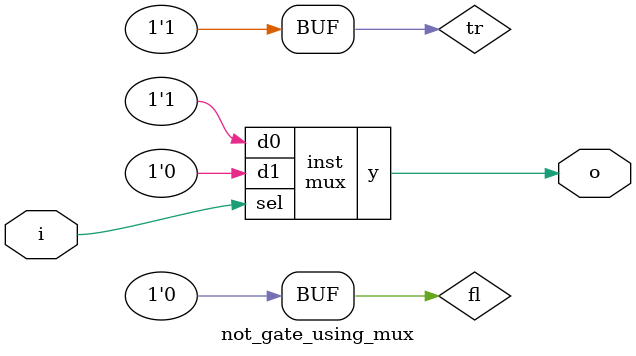
<source format=sv>

module mux
(
  input  d0, d1,
  input  sel,
  output y
);

  assign y = sel ? d1 : d0;

endmodule

//----------------------------------------------------------------------------
// Task
//----------------------------------------------------------------------------

module not_gate_using_mux
(
    input  i,
    output o
);

  // Task:
  // Implement not gate using instance(s) of mux,
  // constants 0 and 1, and wire connections
  wire tr = 1;
  wire fl = 0;

  mux inst (tr, fl, i, o);


endmodule

</source>
